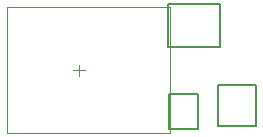
<source format=gbr>
%TF.GenerationSoftware,Altium Limited,Altium Designer,24.8.2 (39)*%
G04 Layer_Color=8388736*
%FSLAX45Y45*%
%MOMM*%
%TF.SameCoordinates,62BC436B-7982-48EA-BC41-0FA37A5750A2*%
%TF.FilePolarity,Positive*%
%TF.FileFunction,Other,Top_Courtyard*%
%TF.Part,Single*%
G01*
G75*
%TA.AperFunction,NonConductor*%
%ADD39C,0.20000*%
%ADD60C,0.05000*%
D39*
X4427500Y8277500D02*
Y8572500D01*
X4672500D01*
Y8277500D02*
Y8572500D01*
X4427500Y8277500D02*
X4672500D01*
X4420000Y8970000D02*
Y9330000D01*
Y8970000D02*
X4860000D01*
Y9330000D01*
X4420000D02*
X4860000D01*
X4840000Y8650411D02*
X5160000D01*
X4840000Y8299589D02*
Y8650411D01*
Y8299589D02*
X5160000D01*
Y8650411D01*
D60*
X3664020Y8720000D02*
Y8820000D01*
X3614020Y8770000D02*
X3714020D01*
X4439020Y8236500D02*
Y9303500D01*
X3052020Y8236500D02*
X4439020D01*
X3052020D02*
Y9303500D01*
X4439020D01*
%TF.MD5,c13d6937e0e6a6788e49e7312b1ec0f7*%
M02*

</source>
